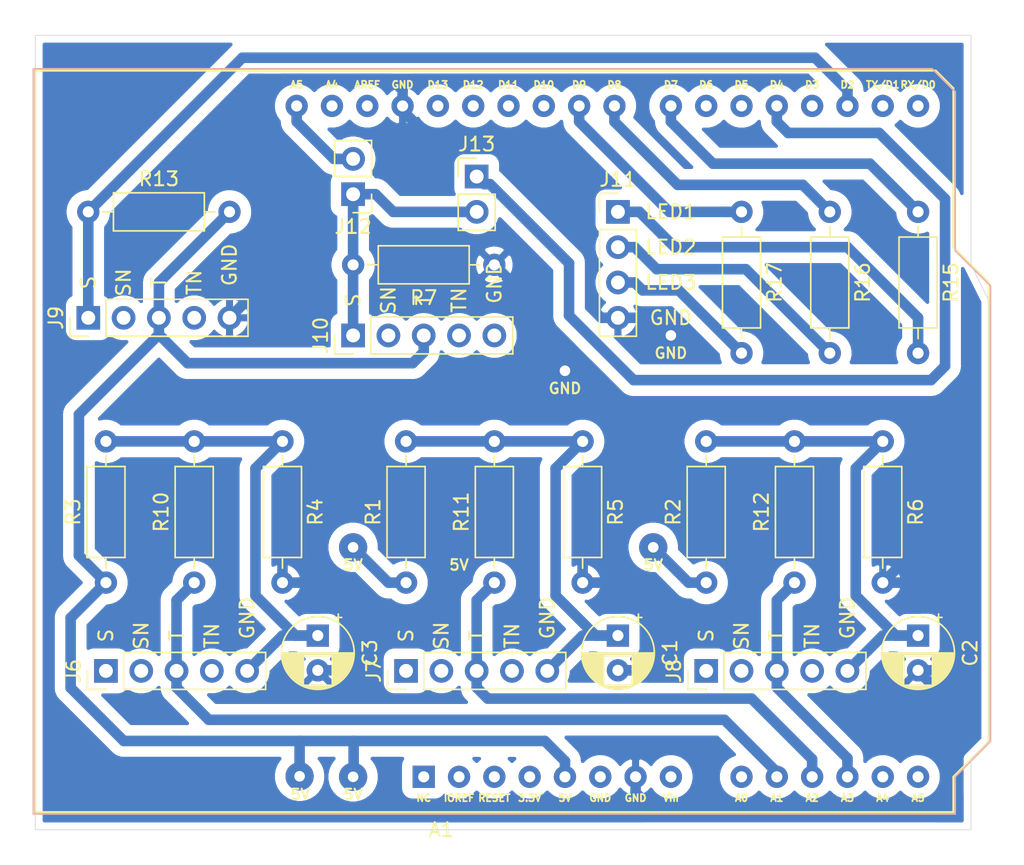
<source format=kicad_pcb>
(kicad_pcb (version 20171130) (host pcbnew 5.1.5-52549c5~84~ubuntu18.04.1)
  (layers (0 F.Cu signal) (31 B.Cu signal) (34 B.Paste user) (35 F.Paste user) (36 B.SilkS user) (37 F.SilkS user) (38 B.Mask user) (39 F.Mask user) (44 Edge.Cuts user))
  (net 0 "")
  (net 1 "Net-(A1-Pad16)")
  (net 2 "Net-(A1-Pad15)")
  (net 3 "Net-(A1-Pad30)")
  (net 4 "Net-(A1-Pad14)")
  (net 5 /GND)
  (net 6 "Net-(A1-Pad13)")
  (net 7 "Net-(A1-Pad28)")
  (net 8 "Net-(A1-Pad12)")
  (net 9 "Net-(A1-Pad27)")
  (net 10 "Net-(A1-Pad11)")
  (net 11 "Net-(A1-Pad26)")
  (net 12 "Net-(A1-Pad10)")
  (net 13 "Net-(A1-Pad25)")
  (net 14 "Net-(A1-Pad9)")
  (net 15 "Net-(A1-Pad24)")
  (net 16 "Net-(A1-Pad8)")
  (net 17 "Net-(A1-Pad23)")
  (net 18 "Net-(A1-Pad22)")
  (net 19 "Net-(A1-Pad6)")
  (net 20 "Net-(A1-Pad21)")
  (net 21 /Collector)
  (net 22 "Net-(A1-Pad20)")
  (net 23 "Net-(A1-Pad4)")
  (net 24 /Emitter)
  (net 25 "Net-(A1-Pad3)")
  (net 26 "Net-(A1-Pad18)")
  (net 27 "Net-(A1-Pad2)")
  (net 28 /Data)
  (net 29 "Net-(A1-Pad1)")
  (net 30 "Net-(A1-Pad31)")
  (net 31 "Net-(A1-Pad32)")
  (net 32 "Net-(C1-Pad1)")
  (net 33 "Net-(C2-Pad1)")
  (net 34 "Net-(C3-Pad1)")
  (net 35 "Net-(D1-Pad2)")
  (net 36 "Net-(D2-Pad2)")
  (net 37 "Net-(D3-Pad2)")
  (net 38 "Net-(J6-Pad4)")
  (net 39 "Net-(J6-Pad2)")
  (net 40 "Net-(J6-Pad1)")
  (net 41 "Net-(J7-Pad4)")
  (net 42 "Net-(J7-Pad2)")
  (net 43 "Net-(J7-Pad1)")
  (net 44 "Net-(J8-Pad4)")
  (net 45 "Net-(J8-Pad2)")
  (net 46 "Net-(J8-Pad1)")
  (net 47 "Net-(J9-Pad4)")
  (net 48 "Net-(J9-Pad2)")
  (net 49 "Net-(J10-Pad5)")
  (net 50 "Net-(J10-Pad4)")
  (net 51 "Net-(J10-Pad2)")
  (net 52 "Net-(A1-Pad19)")
  (module My_Arduino:Arduino_UNO_R3_shield (layer F.Cu) (at 133.35 109.22)
    (fp_text reference A1 (at 1.27 3.81 180) (layer F.SilkS))
    (fp_text value Arduino_UNO_R3 hide)
    (fp_text user A5 (at -9.144 -49.784) (layer F.SilkS) (effects (font (size 0.508 0.508) (thickness 0.127))))
    (fp_text user A4 (at -6.604 -49.784) (layer F.SilkS) (effects (font (size 0.508 0.508) (thickness 0.127))))
    (fp_text user AREF (at -4.064 -49.784) (layer F.SilkS) (effects (font (size 0.508 0.508) (thickness 0.127))))
    (fp_text user GND (at -1.524 -49.784) (layer F.SilkS) (effects (font (size 0.508 0.508) (thickness 0.127))))
    (fp_text user D13 (at 1.016 -49.784) (layer F.SilkS) (effects (font (size 0.508 0.508) (thickness 0.127))))
    (fp_text user D12 (at 3.556 -49.784) (layer F.SilkS) (effects (font (size 0.508 0.508) (thickness 0.127))))
    (fp_text user D11 (at 6.096 -49.784) (layer F.SilkS) (effects (font (size 0.508 0.508) (thickness 0.127))))
    (fp_text user D10 (at 8.636 -49.784) (layer F.SilkS) (effects (font (size 0.508 0.508) (thickness 0.127))))
    (fp_text user D9 (at 11.176 -49.784) (layer F.SilkS) (effects (font (size 0.508 0.508) (thickness 0.127))))
    (fp_text user D8 (at 13.716 -49.784) (layer F.SilkS) (effects (font (size 0.508 0.508) (thickness 0.127))))
    (fp_text user D7 (at 17.78 -49.784) (layer F.SilkS) (effects (font (size 0.508 0.508) (thickness 0.127))))
    (fp_text user D6 (at 20.32 -49.784) (layer F.SilkS) (effects (font (size 0.508 0.508) (thickness 0.127))))
    (fp_text user D5 (at 22.86 -49.784) (layer F.SilkS) (effects (font (size 0.508 0.508) (thickness 0.127))))
    (fp_text user D4 (at 25.4 -49.784) (layer F.SilkS) (effects (font (size 0.508 0.508) (thickness 0.127))))
    (fp_text user D3 (at 27.94 -49.784) (layer F.SilkS) (effects (font (size 0.508 0.508) (thickness 0.127))))
    (fp_text user D2 (at 30.48 -49.784) (layer F.SilkS) (effects (font (size 0.508 0.508) (thickness 0.127))))
    (fp_text user TX/D1 (at 33.02 -49.784) (layer F.SilkS) (effects (font (size 0.508 0.508) (thickness 0.127))))
    (fp_text user RX/D0 (at 35.56 -49.784) (layer F.SilkS) (effects (font (size 0.508 0.508) (thickness 0.127))))
    (fp_text user A5 (at 35.56 1.524) (layer F.SilkS) (effects (font (size 0.508 0.508) (thickness 0.127))))
    (fp_text user A4 (at 33.02 1.524) (layer F.SilkS) (effects (font (size 0.508 0.508) (thickness 0.127))))
    (fp_text user A3 (at 30.48 1.524) (layer F.SilkS) (effects (font (size 0.508 0.508) (thickness 0.127))))
    (fp_text user A2 (at 27.94 1.524) (layer F.SilkS) (effects (font (size 0.508 0.508) (thickness 0.127))))
    (fp_text user A1 (at 25.4 1.524) (layer F.SilkS) (effects (font (size 0.508 0.508) (thickness 0.127))))
    (fp_text user A0 (at 22.86 1.524) (layer F.SilkS) (effects (font (size 0.508 0.508) (thickness 0.127))))
    (fp_text user Vin (at 17.78 1.524) (layer F.SilkS) (effects (font (size 0.508 0.508) (thickness 0.127))))
    (fp_text user GND (at 15.24 1.524) (layer F.SilkS) (effects (font (size 0.508 0.508) (thickness 0.127))))
    (fp_text user GND (at 12.7 1.524) (layer F.SilkS) (effects (font (size 0.508 0.508) (thickness 0.127))))
    (fp_text user RESET (at 5.08 1.524) (layer F.SilkS) (effects (font (size 0.508 0.508) (thickness 0.127))))
    (fp_text user 5V (at 10.16 1.524) (layer F.SilkS) (effects (font (size 0.508 0.508) (thickness 0.127))))
    (fp_text user 3.3V (at 7.62 1.524) (layer F.SilkS) (effects (font (size 0.508 0.508) (thickness 0.127))))
    (fp_text user IOREF (at 2.54 1.524) (layer F.SilkS) (effects (font (size 0.508 0.508) (thickness 0.127))))
    (fp_text user NC (at 0 1.524) (layer F.SilkS) (effects (font (size 0.508 0.508) (thickness 0.127))))
    (pad 16 thru_hole oval (at 33.02 -48.26 270) (size 1.6 1.6) (drill 0.8) (layers *.Cu *.Mask) (net 1 "Net-(A1-Pad16)"))
    (pad 15 thru_hole oval (at 35.56 -48.26 270) (size 1.6 1.6) (drill 0.8) (layers *.Cu *.Mask) (net 2 "Net-(A1-Pad15)"))
    (pad 30 thru_hole oval (at -4.06 -48.26 270) (size 1.6 1.6) (drill 0.8) (layers *.Cu *.Mask) (net 3 "Net-(A1-Pad30)"))
    (pad 14 thru_hole oval (at 35.56 0 270) (size 1.6 1.6) (drill 0.8) (layers *.Cu *.Mask) (net 4 "Net-(A1-Pad14)"))
    (pad 29 thru_hole oval (at -1.52 -48.26 270) (size 1.6 1.6) (drill 0.8) (layers *.Cu *.Mask) (net 5 /GND))
    (pad 13 thru_hole oval (at 33.02 0 270) (size 1.6 1.6) (drill 0.8) (layers *.Cu *.Mask) (net 6 "Net-(A1-Pad13)"))
    (pad 28 thru_hole oval (at 1.02 -48.26 270) (size 1.6 1.6) (drill 0.8) (layers *.Cu *.Mask) (net 7 "Net-(A1-Pad28)"))
    (pad 12 thru_hole oval (at 30.48 0 270) (size 1.6 1.6) (drill 0.8) (layers *.Cu *.Mask) (net 8 "Net-(A1-Pad12)"))
    (pad 27 thru_hole oval (at 3.56 -48.26 270) (size 1.6 1.6) (drill 0.8) (layers *.Cu *.Mask) (net 9 "Net-(A1-Pad27)"))
    (pad 11 thru_hole oval (at 27.94 0 270) (size 1.6 1.6) (drill 0.8) (layers *.Cu *.Mask) (net 10 "Net-(A1-Pad11)"))
    (pad 26 thru_hole oval (at 6.1 -48.26 270) (size 1.6 1.6) (drill 0.8) (layers *.Cu *.Mask) (net 11 "Net-(A1-Pad26)"))
    (pad 10 thru_hole oval (at 25.4 0 270) (size 1.6 1.6) (drill 0.8) (layers *.Cu *.Mask) (net 12 "Net-(A1-Pad10)"))
    (pad 25 thru_hole oval (at 8.64 -48.26 270) (size 1.6 1.6) (drill 0.8) (layers *.Cu *.Mask) (net 13 "Net-(A1-Pad25)"))
    (pad 9 thru_hole oval (at 22.86 0 270) (size 1.6 1.6) (drill 0.8) (layers *.Cu *.Mask) (net 14 "Net-(A1-Pad9)"))
    (pad 24 thru_hole oval (at 11.18 -48.26 270) (size 1.6 1.6) (drill 0.8) (layers *.Cu *.Mask) (net 15 "Net-(A1-Pad24)"))
    (pad 8 thru_hole oval (at 17.78 0 270) (size 1.6 1.6) (drill 0.8) (layers *.Cu *.Mask) (net 16 "Net-(A1-Pad8)"))
    (pad 23 thru_hole oval (at 13.72 -48.26 270) (size 1.6 1.6) (drill 0.8) (layers *.Cu *.Mask) (net 17 "Net-(A1-Pad23)"))
    (pad 7 thru_hole oval (at 15.24 0 270) (size 1.6 1.6) (drill 0.8) (layers *.Cu *.Mask) (net 5 /GND))
    (pad 22 thru_hole oval (at 17.78 -48.26 270) (size 1.6 1.6) (drill 0.8) (layers *.Cu *.Mask) (net 18 "Net-(A1-Pad22)"))
    (pad 6 thru_hole oval (at 12.7 0 270) (size 1.6 1.6) (drill 0.8) (layers *.Cu *.Mask) (net 19 "Net-(A1-Pad6)"))
    (pad 21 thru_hole oval (at 20.32 -48.26 270) (size 1.6 1.6) (drill 0.8) (layers *.Cu *.Mask) (net 20 "Net-(A1-Pad21)"))
    (pad 5 thru_hole oval (at 10.16 0 270) (size 1.6 1.6) (drill 0.8) (layers *.Cu *.Mask) (net 21 /Collector))
    (pad 20 thru_hole oval (at 22.86 -48.26 270) (size 1.6 1.6) (drill 0.8) (layers *.Cu *.Mask) (net 22 "Net-(A1-Pad20)"))
    (pad 4 thru_hole oval (at 7.62 0 270) (size 1.6 1.6) (drill 0.8) (layers *.Cu *.Mask) (net 23 "Net-(A1-Pad4)"))
    (pad 19 thru_hole oval (at 25.4 -48.26 270) (size 1.6 1.6) (drill 0.8) (layers *.Cu *.Mask) (net 52 "Net-(A1-Pad19)"))
    (pad 3 thru_hole oval (at 5.08 0 270) (size 1.6 1.6) (drill 0.8) (layers *.Cu *.Mask) (net 25 "Net-(A1-Pad3)"))
    (pad 18 thru_hole oval (at 27.94 -48.26 270) (size 1.6 1.6) (drill 0.8) (layers *.Cu *.Mask) (net 26 "Net-(A1-Pad18)"))
    (pad 2 thru_hole oval (at 2.54 0 270) (size 1.6 1.6) (drill 0.8) (layers *.Cu *.Mask) (net 27 "Net-(A1-Pad2)"))
    (pad 17 thru_hole oval (at 30.48 -48.26 270) (size 1.6 1.6) (drill 0.8) (layers *.Cu *.Mask) (net 28 /Data))
    (pad 1 thru_hole rect (at 0 0 270) (size 1.6 1.6) (drill 0.8) (layers *.Cu *.Mask) (net 29 "Net-(A1-Pad1)"))
    (pad 31 thru_hole oval (at -6.6 -48.26 270) (size 1.6 1.6) (drill 0.8) (layers *.Cu *.Mask) (net 30 "Net-(A1-Pad31)"))
    (pad 32 thru_hole oval (at -9.14 -48.26 270) (size 1.6 1.6) (drill 0.8) (layers *.Cu *.Mask) (net 31 "Net-(A1-Pad32)"))
  )
  (module Connector_PinHeader_2.54mm:PinHeader_1x02_P2.54mm_Vertical (layer F.Cu) (at 137.16 66.04)
    (fp_text reference J13 (at 0 -2.33) (layer F.SilkS))
    (fp_text value Conn_01x02_Male hide)
    (pad 2 thru_hole oval (at 0 2.54) (size 1.7 1.7) (drill 1) (layers *.Cu *.Mask) (net 24 /Emitter))
    (pad 1 thru_hole rect (at 0 0) (size 1.7 1.7) (drill 1) (layers *.Cu *.Mask) (net 52 "Net-(A1-Pad19)"))
  )
  (module Connector_PinHeader_2.54mm:PinHeader_1x02_P2.54mm_Vertical (layer F.Cu) (at 128.27 67.31 180)
    (fp_text reference J12 (at 0 -2.33) (layer F.SilkS))
    (fp_text value Conn_01x02_Male hide)
    (pad 2 thru_hole oval (at 0 2.54 180) (size 1.7 1.7) (drill 1) (layers *.Cu *.Mask) (net 31 "Net-(A1-Pad32)"))
    (pad 1 thru_hole rect (at 0 0 180) (size 1.7 1.7) (drill 1) (layers *.Cu *.Mask) (net 24 /Emitter))
  )
  (module Resistor_THT:R_Axial_DIN0207_L6.3mm_D2.5mm_P10.16mm_Horizontal (layer F.Cu) (at 156.21 68.58 270)
    (fp_text reference R17 (at 5.08 -2.37 90) (layer F.SilkS))
    (fp_text value 220R)
    (pad 2 thru_hole oval (at 10.16 0 270) (size 1.6 1.6) (drill 0.8) (layers *.Cu *.Mask) (net 37 "Net-(D3-Pad2)"))
    (pad 1 thru_hole circle (at 0 0 270) (size 1.6 1.6) (drill 0.8) (layers *.Cu *.Mask) (net 15 "Net-(A1-Pad24)"))
  )
  (module Resistor_THT:R_Axial_DIN0207_L6.3mm_D2.5mm_P10.16mm_Horizontal (layer F.Cu) (at 162.56 68.58 270)
    (fp_text reference R16 (at 5.08 -2.37 90) (layer F.SilkS))
    (fp_text value 220R)
    (pad 2 thru_hole oval (at 10.16 0 270) (size 1.6 1.6) (drill 0.8) (layers *.Cu *.Mask) (net 36 "Net-(D2-Pad2)"))
    (pad 1 thru_hole circle (at 0 0 270) (size 1.6 1.6) (drill 0.8) (layers *.Cu *.Mask) (net 17 "Net-(A1-Pad23)"))
  )
  (module Resistor_THT:R_Axial_DIN0207_L6.3mm_D2.5mm_P10.16mm_Horizontal (layer F.Cu) (at 168.91 68.58 270)
    (fp_text reference R15 (at 5.08 -2.37 90) (layer F.SilkS))
    (fp_text value 220R)
    (pad 2 thru_hole oval (at 10.16 0 270) (size 1.6 1.6) (drill 0.8) (layers *.Cu *.Mask) (net 35 "Net-(D1-Pad2)"))
    (pad 1 thru_hole circle (at 0 0 270) (size 1.6 1.6) (drill 0.8) (layers *.Cu *.Mask) (net 18 "Net-(A1-Pad22)"))
  )
  (module Resistor_THT:R_Axial_DIN0207_L6.3mm_D2.5mm_P10.16mm_Horizontal (layer F.Cu) (at 109.22 68.58)
    (fp_text reference R13 (at 5.08 -2.37) (layer F.SilkS))
    (fp_text value 4.7k)
    (pad 2 thru_hole oval (at 10.16 0) (size 1.6 1.6) (drill 0.8) (layers *.Cu *.Mask) (net 21 /Collector))
    (pad 1 thru_hole circle (at 0 0) (size 1.6 1.6) (drill 0.8) (layers *.Cu *.Mask) (net 28 /Data))
  )
  (module Resistor_THT:R_Axial_DIN0207_L6.3mm_D2.5mm_P10.16mm_Horizontal (layer F.Cu) (at 160.02 95.25 90)
    (fp_text reference R12 (at 5.08 -2.37 90) (layer F.SilkS))
    (fp_text value 33R)
    (pad 1 thru_hole circle (at 0 0 90) (size 1.6 1.6) (drill 0.8) (layers *.Cu *.Mask) (net 8 "Net-(A1-Pad12)"))
    (pad 2 thru_hole oval (at 10.16 0 90) (size 1.6 1.6) (drill 0.8) (layers *.Cu *.Mask) (net 33 "Net-(C2-Pad1)"))
  )
  (module Resistor_THT:R_Axial_DIN0207_L6.3mm_D2.5mm_P10.16mm_Horizontal (layer F.Cu) (at 138.43 95.25 90)
    (fp_text reference R11 (at 5.08 -2.37 90) (layer F.SilkS))
    (fp_text value 33R)
    (pad 1 thru_hole circle (at 0 0 90) (size 1.6 1.6) (drill 0.8) (layers *.Cu *.Mask) (net 10 "Net-(A1-Pad11)"))
    (pad 2 thru_hole oval (at 10.16 0 90) (size 1.6 1.6) (drill 0.8) (layers *.Cu *.Mask) (net 32 "Net-(C1-Pad1)"))
  )
  (module Resistor_THT:R_Axial_DIN0207_L6.3mm_D2.5mm_P10.16mm_Horizontal (layer F.Cu) (at 116.84 95.25 90)
    (fp_text reference R10 (at 5.08 -2.37 90) (layer F.SilkS))
    (fp_text value 33R)
    (pad 1 thru_hole circle (at 0 0 90) (size 1.6 1.6) (drill 0.8) (layers *.Cu *.Mask) (net 12 "Net-(A1-Pad10)"))
    (pad 2 thru_hole oval (at 10.16 0 90) (size 1.6 1.6) (drill 0.8) (layers *.Cu *.Mask) (net 34 "Net-(C3-Pad1)"))
  )
  (module Resistor_THT:R_Axial_DIN0207_L6.3mm_D2.5mm_P10.16mm_Horizontal (layer F.Cu) (at 138.43 72.39 180)
    (fp_text reference R7 (at 5.08 -2.37) (layer F.SilkS))
    (fp_text value 1k)
    (pad 2 thru_hole oval (at 10.16 0 180) (size 1.6 1.6) (drill 0.8) (layers *.Cu *.Mask) (net 24 /Emitter))
    (pad 1 thru_hole circle (at 0 0 180) (size 1.6 1.6) (drill 0.8) (layers *.Cu *.Mask) (net 5 /GND))
  )
  (module Resistor_THT:R_Axial_DIN0207_L6.3mm_D2.5mm_P10.16mm_Horizontal (layer F.Cu) (at 166.37 85.09 270)
    (fp_text reference R6 (at 5.08 -2.37 90) (layer F.SilkS))
    (fp_text value 10k)
    (pad 1 thru_hole circle (at 0 0 270) (size 1.6 1.6) (drill 0.8) (layers *.Cu *.Mask) (net 33 "Net-(C2-Pad1)"))
    (pad 2 thru_hole oval (at 10.16 0 270) (size 1.6 1.6) (drill 0.8) (layers *.Cu *.Mask) (net 5 /GND))
  )
  (module Resistor_THT:R_Axial_DIN0207_L6.3mm_D2.5mm_P10.16mm_Horizontal (layer F.Cu) (at 144.78 85.09 270)
    (fp_text reference R5 (at 5.08 -2.37 90) (layer F.SilkS))
    (fp_text value 10k)
    (pad 1 thru_hole circle (at 0 0 270) (size 1.6 1.6) (drill 0.8) (layers *.Cu *.Mask) (net 32 "Net-(C1-Pad1)"))
    (pad 2 thru_hole oval (at 10.16 0 270) (size 1.6 1.6) (drill 0.8) (layers *.Cu *.Mask) (net 5 /GND))
  )
  (module Resistor_THT:R_Axial_DIN0207_L6.3mm_D2.5mm_P10.16mm_Horizontal (layer F.Cu) (at 123.19 85.09 270)
    (fp_text reference R4 (at 5.08 -2.37 90) (layer F.SilkS))
    (fp_text value 10k)
    (pad 1 thru_hole circle (at 0 0 270) (size 1.6 1.6) (drill 0.8) (layers *.Cu *.Mask) (net 34 "Net-(C3-Pad1)"))
    (pad 2 thru_hole oval (at 10.16 0 270) (size 1.6 1.6) (drill 0.8) (layers *.Cu *.Mask) (net 5 /GND))
  )
  (module Resistor_THT:R_Axial_DIN0207_L6.3mm_D2.5mm_P10.16mm_Horizontal (layer F.Cu) (at 110.49 95.25 90)
    (fp_text reference R3 (at 5.08 -2.37 90) (layer F.SilkS))
    (fp_text value 10k)
    (pad 1 thru_hole circle (at 0 0 90) (size 1.6 1.6) (drill 0.8) (layers *.Cu *.Mask) (net 21 /Collector))
    (pad 2 thru_hole oval (at 10.16 0 90) (size 1.6 1.6) (drill 0.8) (layers *.Cu *.Mask) (net 34 "Net-(C3-Pad1)"))
  )
  (module Resistor_THT:R_Axial_DIN0207_L6.3mm_D2.5mm_P10.16mm_Horizontal (layer F.Cu) (at 153.67 95.25 90)
    (fp_text reference R2 (at 5.08 -2.37 90) (layer F.SilkS))
    (fp_text value 10k)
    (pad 1 thru_hole circle (at 0 0 90) (size 1.6 1.6) (drill 0.8) (layers *.Cu *.Mask) (net 21 /Collector))
    (pad 2 thru_hole oval (at 10.16 0 90) (size 1.6 1.6) (drill 0.8) (layers *.Cu *.Mask) (net 33 "Net-(C2-Pad1)"))
  )
  (module Resistor_THT:R_Axial_DIN0207_L6.3mm_D2.5mm_P10.16mm_Horizontal (layer F.Cu) (at 132.08 95.25 90)
    (fp_text reference R1 (at 5.08 -2.37 90) (layer F.SilkS))
    (fp_text value 10k)
    (pad 1 thru_hole circle (at 0 0 90) (size 1.6 1.6) (drill 0.8) (layers *.Cu *.Mask) (net 21 /Collector))
    (pad 2 thru_hole oval (at 10.16 0 90) (size 1.6 1.6) (drill 0.8) (layers *.Cu *.Mask) (net 32 "Net-(C1-Pad1)"))
  )
  (module My_Headers:4-pin_3_LED_header (layer F.Cu) (at 147.32 68.58)
    (fp_text reference J11 (at 0 -2.33) (layer F.SilkS))
    (fp_text value 4-pin_3LED_header hide)
    (fp_text user GND (at 3.81 7.62) (layer F.SilkS))
    (fp_text user LED3 (at 3.81 5.08) (layer F.SilkS))
    (fp_text user LED2 (at 3.81 2.54) (layer F.SilkS))
    (fp_text user LED1 (at 3.81 0) (layer F.SilkS))
    (pad 4 thru_hole oval (at 0 7.62) (size 1.7 1.7) (drill 1) (layers *.Cu *.Mask) (net 5 /GND))
    (pad 3 thru_hole oval (at 0 5.08) (size 1.7 1.7) (drill 1) (layers *.Cu *.Mask) (net 37 "Net-(D3-Pad2)"))
    (pad 2 thru_hole oval (at 0 2.54) (size 1.7 1.7) (drill 1) (layers *.Cu *.Mask) (net 36 "Net-(D2-Pad2)"))
    (pad 1 thru_hole rect (at 0 0) (size 1.7 1.7) (drill 1) (layers *.Cu *.Mask) (net 35 "Net-(D1-Pad2)"))
  )
  (module My_Headers:5-pin_3,5mm_audio_jack_header (layer F.Cu) (at 128.27 77.47 90)
    (fp_text reference J10 (at 0 -2.33 90) (layer F.SilkS))
    (fp_text value 5-pin_3-pole_3,5mm_audio_header hide)
    (fp_text user GND (at 3.81 10.16 90) (layer F.SilkS))
    (fp_text user TN (at 2.54 7.62 90) (layer F.SilkS))
    (fp_text user T (at 2.54 5.08 90) (layer F.SilkS))
    (fp_text user SN (at 2.54 2.54 90) (layer F.SilkS))
    (fp_text user S (at 2.54 0 90) (layer F.SilkS))
    (pad 5 thru_hole oval (at 0 10.16 90) (size 1.7 1.7) (drill 1) (layers *.Cu *.Mask) (net 49 "Net-(J10-Pad5)"))
    (pad 4 thru_hole oval (at 0 7.62 90) (size 1.7 1.7) (drill 1) (layers *.Cu *.Mask) (net 50 "Net-(J10-Pad4)"))
    (pad 3 thru_hole oval (at 0 5.08 90) (size 1.7 1.7) (drill 1) (layers *.Cu *.Mask) (net 21 /Collector))
    (pad 2 thru_hole oval (at 0 2.54 90) (size 1.7 1.7) (drill 1) (layers *.Cu *.Mask) (net 51 "Net-(J10-Pad2)"))
    (pad 1 thru_hole rect (at 0 0 90) (size 1.7 1.7) (drill 1) (layers *.Cu *.Mask) (net 24 /Emitter))
  )
  (module My_Headers:5-pin_3,5mm_audio_jack_header (layer F.Cu) (at 109.22 76.2 90)
    (fp_text reference J9 (at 0 -2.33 90) (layer F.SilkS))
    (fp_text value 5-pin_3-pole_3,5mm_audio_header hide)
    (fp_text user GND (at 3.81 10.16 90) (layer F.SilkS))
    (fp_text user TN (at 2.54 7.62 90) (layer F.SilkS))
    (fp_text user T (at 2.54 5.08 90) (layer F.SilkS))
    (fp_text user SN (at 2.54 2.54 90) (layer F.SilkS))
    (fp_text user S (at 2.54 0 90) (layer F.SilkS))
    (pad 5 thru_hole oval (at 0 10.16 90) (size 1.7 1.7) (drill 1) (layers *.Cu *.Mask) (net 5 /GND))
    (pad 4 thru_hole oval (at 0 7.62 90) (size 1.7 1.7) (drill 1) (layers *.Cu *.Mask) (net 47 "Net-(J9-Pad4)"))
    (pad 3 thru_hole oval (at 0 5.08 90) (size 1.7 1.7) (drill 1) (layers *.Cu *.Mask) (net 21 /Collector))
    (pad 2 thru_hole oval (at 0 2.54 90) (size 1.7 1.7) (drill 1) (layers *.Cu *.Mask) (net 48 "Net-(J9-Pad2)"))
    (pad 1 thru_hole rect (at 0 0 90) (size 1.7 1.7) (drill 1) (layers *.Cu *.Mask) (net 28 /Data))
  )
  (module My_Headers:5-pin_3,5mm_audio_jack_header (layer F.Cu) (at 153.67 101.6 90)
    (fp_text reference J8 (at 0 -2.33 90) (layer F.SilkS))
    (fp_text value 5-pin_3-pole_3,5mm_audio_header hide)
    (fp_text user S (at 2.54 0 90) (layer F.SilkS))
    (fp_text user SN (at 2.54 2.54 90) (layer F.SilkS))
    (fp_text user T (at 2.54 5.08 90) (layer F.SilkS))
    (fp_text user TN (at 2.54 7.62 90) (layer F.SilkS))
    (fp_text user GND (at 3.81 10.16 90) (layer F.SilkS))
    (pad 1 thru_hole rect (at 0 0 90) (size 1.7 1.7) (drill 1) (layers *.Cu *.Mask) (net 46 "Net-(J8-Pad1)"))
    (pad 2 thru_hole oval (at 0 2.54 90) (size 1.7 1.7) (drill 1) (layers *.Cu *.Mask) (net 45 "Net-(J8-Pad2)"))
    (pad 3 thru_hole oval (at 0 5.08 90) (size 1.7 1.7) (drill 1) (layers *.Cu *.Mask) (net 8 "Net-(A1-Pad12)"))
    (pad 4 thru_hole oval (at 0 7.62 90) (size 1.7 1.7) (drill 1) (layers *.Cu *.Mask) (net 44 "Net-(J8-Pad4)"))
    (pad 5 thru_hole oval (at 0 10.16 90) (size 1.7 1.7) (drill 1) (layers *.Cu *.Mask) (net 33 "Net-(C2-Pad1)"))
  )
  (module My_Headers:5-pin_3,5mm_audio_jack_header (layer F.Cu) (at 132.08 101.6 90)
    (fp_text reference J7 (at 0 -2.33 90) (layer F.SilkS))
    (fp_text value 5-pin_3-pole_3,5mm_audio_header hide)
    (fp_text user S (at 2.54 0 90) (layer F.SilkS))
    (fp_text user SN (at 2.54 2.54 90) (layer F.SilkS))
    (fp_text user T (at 2.54 5.08 90) (layer F.SilkS))
    (fp_text user TN (at 2.54 7.62 90) (layer F.SilkS))
    (fp_text user GND (at 3.81 10.16 90) (layer F.SilkS))
    (pad 1 thru_hole rect (at 0 0 90) (size 1.7 1.7) (drill 1) (layers *.Cu *.Mask) (net 43 "Net-(J7-Pad1)"))
    (pad 2 thru_hole oval (at 0 2.54 90) (size 1.7 1.7) (drill 1) (layers *.Cu *.Mask) (net 42 "Net-(J7-Pad2)"))
    (pad 3 thru_hole oval (at 0 5.08 90) (size 1.7 1.7) (drill 1) (layers *.Cu *.Mask) (net 10 "Net-(A1-Pad11)"))
    (pad 4 thru_hole oval (at 0 7.62 90) (size 1.7 1.7) (drill 1) (layers *.Cu *.Mask) (net 41 "Net-(J7-Pad4)"))
    (pad 5 thru_hole oval (at 0 10.16 90) (size 1.7 1.7) (drill 1) (layers *.Cu *.Mask) (net 32 "Net-(C1-Pad1)"))
  )
  (module My_Headers:5-pin_3,5mm_audio_jack_header (layer F.Cu) (at 110.49 101.6 90)
    (fp_text reference J6 (at 0 -2.33 90) (layer F.SilkS))
    (fp_text value 5-pin_3-pole_3,5mm_audio_header hide)
    (fp_text user S (at 2.54 0 90) (layer F.SilkS))
    (fp_text user SN (at 2.54 2.54 90) (layer F.SilkS))
    (fp_text user T (at 2.54 5.08 90) (layer F.SilkS))
    (fp_text user TN (at 2.54 7.62 90) (layer F.SilkS))
    (fp_text user GND (at 3.81 10.16 90) (layer F.SilkS))
    (pad 1 thru_hole rect (at 0 0 90) (size 1.7 1.7) (drill 1) (layers *.Cu *.Mask) (net 40 "Net-(J6-Pad1)"))
    (pad 2 thru_hole oval (at 0 2.54 90) (size 1.7 1.7) (drill 1) (layers *.Cu *.Mask) (net 39 "Net-(J6-Pad2)"))
    (pad 3 thru_hole oval (at 0 5.08 90) (size 1.7 1.7) (drill 1) (layers *.Cu *.Mask) (net 12 "Net-(A1-Pad10)"))
    (pad 4 thru_hole oval (at 0 7.62 90) (size 1.7 1.7) (drill 1) (layers *.Cu *.Mask) (net 38 "Net-(J6-Pad4)"))
    (pad 5 thru_hole oval (at 0 10.16 90) (size 1.7 1.7) (drill 1) (layers *.Cu *.Mask) (net 34 "Net-(C3-Pad1)"))
  )
  (module Capacitor_THT:CP_Radial_D5.0mm_P2.50mm (layer F.Cu) (at 125.73 99.06 270)
    (fp_text reference C3 (at 1.25 -3.75 90) (layer F.SilkS))
    (fp_text value 10u)
    (pad 1 thru_hole rect (at 0 0 270) (size 1.6 1.6) (drill 0.8) (layers *.Cu *.Mask) (net 34 "Net-(C3-Pad1)"))
    (pad 2 thru_hole circle (at 2.5 0 270) (size 1.6 1.6) (drill 0.8) (layers *.Cu *.Mask) (net 5 /GND))
  )
  (module Capacitor_THT:CP_Radial_D5.0mm_P2.50mm (layer F.Cu) (at 168.91 99.06 270)
    (fp_text reference C2 (at 1.25 -3.75 90) (layer F.SilkS))
    (fp_text value 10u)
    (pad 1 thru_hole rect (at 0 0 270) (size 1.6 1.6) (drill 0.8) (layers *.Cu *.Mask) (net 33 "Net-(C2-Pad1)"))
    (pad 2 thru_hole circle (at 2.5 0 270) (size 1.6 1.6) (drill 0.8) (layers *.Cu *.Mask) (net 5 /GND))
  )
  (module Capacitor_THT:CP_Radial_D5.0mm_P2.50mm (layer F.Cu) (at 147.32 99.06 270)
    (fp_text reference C1 (at 1.25 -3.75 90) (layer F.SilkS))
    (fp_text value 10u)
    (pad 1 thru_hole rect (at 0 0 270) (size 1.6 1.6) (drill 0.8) (layers *.Cu *.Mask) (net 32 "Net-(C1-Pad1)"))
    (pad 2 thru_hole circle (at 2.5 0 270) (size 1.6 1.6) (drill 0.8) (layers *.Cu *.Mask) (net 5 /GND))
  )
  (gr_line (start 172.72 113.03) (end 105.41 113.03) (layer Edge.Cuts) (width 0.05))
  (gr_line (start 105.41 55.88) (end 172.72 55.88) (layer Edge.Cuts) (width 0.05))
  (gr_line (start 105.41 113.03) (end 105.41 55.88) (layer Edge.Cuts) (width 0.05))
  (gr_line (start 172.72 72.39) (end 172.72 55.88) (layer Edge.Cuts) (width 0.05))
  (gr_line (start 173.99 74.93) (end 172.72 72.39) (layer Edge.Cuts) (width 0.05))
  (gr_line (start 173.99 106.68) (end 173.99 74.93) (layer Edge.Cuts) (width 0.05))
  (gr_line (start 172.72 107.95) (end 173.99 106.68) (layer Edge.Cuts) (width 0.05))
  (gr_line (start 172.72 113.03) (end 172.72 107.95) (layer Edge.Cuts) (width 0.05))
  (gr_text 5V (at 124.46 110.49) (layer F.SilkS) (effects (font (size 0.762 0.762))))
  (gr_text 5V (at 128.27 110.49) (layer F.SilkS) (effects (font (size 0.762 0.762))))
  (gr_text 5V (at 128.27 93.98) (layer F.SilkS) (effects (font (size 0.762 0.762))))
  (gr_text 5V (at 149.86 93.98) (layer F.SilkS) (effects (font (size 0.762 0.762))))
  (gr_text GND (at 143.51 81.28) (layer F.SilkS) (effects (font (size 0.762 0.762))))
  (gr_text GND (at 151.13 78.74) (layer F.SilkS) (effects (font (size 0.762 0.762))))
  (gr_text 5V (at 135.89 93.98) (layer F.SilkS) (effects (font (size 0.762 0.762))))
  (segment (start 168.757402 95.25) (end 167.50137 95.25) (width 0.762) (layer B.Cu) (net 5))
  (segment (start 170.853001 97.345599) (end 168.757402 95.25) (width 0.762) (layer B.Cu) (net 5))
  (segment (start 170.853001 100.774401) (end 170.853001 97.345599) (width 0.762) (layer B.Cu) (net 5))
  (segment (start 168.91 101.56) (end 170.067402 101.56) (width 0.762) (layer B.Cu) (net 5))
  (segment (start 170.067402 101.56) (end 170.853001 100.774401) (width 0.762) (layer B.Cu) (net 5))
  (segment (start 167.50137 95.25) (end 166.37 95.25) (width 0.762) (layer B.Cu) (net 5))
  (segment (start 147.167402 95.25) (end 145.91137 95.25) (width 0.762) (layer B.Cu) (net 5))
  (segment (start 149.263001 97.345599) (end 147.167402 95.25) (width 0.762) (layer B.Cu) (net 5))
  (segment (start 149.263001 100.774401) (end 149.263001 97.345599) (width 0.762) (layer B.Cu) (net 5))
  (segment (start 147.32 101.56) (end 148.477402 101.56) (width 0.762) (layer B.Cu) (net 5))
  (segment (start 148.477402 101.56) (end 149.263001 100.774401) (width 0.762) (layer B.Cu) (net 5))
  (segment (start 145.91137 95.25) (end 144.78 95.25) (width 0.762) (layer B.Cu) (net 5))
  (segment (start 125.577402 95.25) (end 124.32137 95.25) (width 0.762) (layer B.Cu) (net 5))
  (segment (start 127.673001 97.345599) (end 125.577402 95.25) (width 0.762) (layer B.Cu) (net 5))
  (segment (start 127.673001 100.774401) (end 127.673001 97.345599) (width 0.762) (layer B.Cu) (net 5))
  (segment (start 125.73 101.56) (end 126.887402 101.56) (width 0.762) (layer B.Cu) (net 5))
  (segment (start 126.887402 101.56) (end 127.673001 100.774401) (width 0.762) (layer B.Cu) (net 5))
  (segment (start 124.32137 95.25) (end 123.19 95.25) (width 0.762) (layer B.Cu) (net 5))
  (segment (start 170.853001 110.152641) (end 170.853001 103.543001) (width 0.762) (layer B.Cu) (net 5))
  (segment (start 169.842641 111.163001) (end 170.853001 110.152641) (width 0.762) (layer B.Cu) (net 5))
  (segment (start 149.401631 111.163001) (end 169.842641 111.163001) (width 0.762) (layer B.Cu) (net 5))
  (segment (start 148.59 109.22) (end 148.59 110.35137) (width 0.762) (layer B.Cu) (net 5))
  (segment (start 148.59 110.35137) (end 149.401631 111.163001) (width 0.762) (layer B.Cu) (net 5))
  (segment (start 170.853001 103.543001) (end 168.91 101.6) (width 0.762) (layer B.Cu) (net 5))
  (segment (start 149.598643 83.146999) (end 145.115642 87.63) (width 0.762) (layer B.Cu) (net 5))
  (segment (start 167.302641 83.146999) (end 149.598643 83.146999) (width 0.762) (layer B.Cu) (net 5))
  (segment (start 168.313001 84.157359) (end 167.302641 83.146999) (width 0.762) (layer B.Cu) (net 5))
  (segment (start 166.37 95.25) (end 168.313001 93.306999) (width 0.762) (layer B.Cu) (net 5))
  (segment (start 168.313001 93.306999) (end 168.313001 84.157359) (width 0.762) (layer B.Cu) (net 5))
  (segment (start 145.115642 87.63) (end 144.78 87.965642) (width 0.762) (layer B.Cu) (net 5))
  (segment (start 144.78 87.965642) (end 144.78 95.25) (width 0.762) (layer B.Cu) (net 5))
  (segment (start 128.008643 83.146999) (end 123.525642 87.63) (width 0.762) (layer B.Cu) (net 5))
  (segment (start 123.525642 87.63) (end 123.19 87.965642) (width 0.762) (layer B.Cu) (net 5))
  (segment (start 123.19 87.965642) (end 123.19 95.25) (width 0.762) (layer B.Cu) (net 5))
  (segment (start 121.323001 60.971357) (end 121.323001 74.256999) (width 0.762) (layer B.Cu) (net 5))
  (segment (start 121.323001 74.256999) (end 120.229999 75.350001) (width 0.762) (layer B.Cu) (net 5))
  (segment (start 123.277359 59.016999) (end 121.323001 60.971357) (width 0.762) (layer B.Cu) (net 5))
  (segment (start 131.018369 59.016999) (end 123.277359 59.016999) (width 0.762) (layer B.Cu) (net 5))
  (segment (start 131.83 60.96) (end 131.83 59.82863) (width 0.762) (layer B.Cu) (net 5))
  (segment (start 131.83 59.82863) (end 131.018369 59.016999) (width 0.762) (layer B.Cu) (net 5))
  (segment (start 120.229999 75.350001) (end 119.38 76.2) (width 0.762) (layer B.Cu) (net 5))
  (segment (start 140.423001 83.020997) (end 140.296999 83.146999) (width 0.762) (layer B.Cu) (net 5))
  (segment (start 138.43 72.39) (end 140.423001 74.383001) (width 0.762) (layer B.Cu) (net 5))
  (segment (start 149.598643 83.146999) (end 140.296999 83.146999) (width 0.762) (layer B.Cu) (net 5))
  (segment (start 137.756999 83.146999) (end 128.008643 83.146999) (width 0.762) (layer B.Cu) (net 5))
  (segment (start 140.296999 83.146999) (end 137.756999 83.146999) (width 0.762) (layer B.Cu) (net 5))
  (segment (start 141.516999 64.046999) (end 145.326999 67.856999) (width 0.762) (layer B.Cu) (net 5))
  (segment (start 134.581357 64.046999) (end 141.516999 64.046999) (width 0.762) (layer B.Cu) (net 5))
  (segment (start 131.83 60.96) (end 131.83 61.295642) (width 0.762) (layer B.Cu) (net 5))
  (segment (start 131.83 61.295642) (end 134.581357 64.046999) (width 0.762) (layer B.Cu) (net 5))
  (segment (start 145.326999 67.856999) (end 145.326999 68.58) (width 0.762) (layer B.Cu) (net 5))
  (segment (start 145.326999 75.40908) (end 146.117919 76.2) (width 0.762) (layer B.Cu) (net 5))
  (segment (start 145.326999 68.58) (end 145.326999 75.40908) (width 0.762) (layer B.Cu) (net 5))
  (segment (start 146.117919 76.2) (end 147.32 76.2) (width 0.762) (layer B.Cu) (net 5))
  (segment (start 147.32 76.2) (end 149.86 76.2) (width 0.762) (layer B.Cu) (net 5))
  (segment (start 149.86 76.2) (end 151.13 77.47) (width 0.762) (layer B.Cu) (net 5))
  (segment (start 140.423001 80.556999) (end 142.963001 80.556999) (width 0.762) (layer B.Cu) (net 5))
  (segment (start 140.423001 80.556999) (end 140.423001 83.020997) (width 0.762) (layer B.Cu) (net 5))
  (segment (start 140.423001 74.383001) (end 140.423001 80.556999) (width 0.762) (layer B.Cu) (net 5))
  (segment (start 142.963001 80.556999) (end 143.51 80.01) (width 0.762) (layer B.Cu) (net 5))
  (segment (start 151.13 77.47) (end 151.13 77.47) (width 0.762) (layer B.Cu) (net 5))
  (via (at 151.13 77.47) (size 2.032) (drill 0.762) (layers F.Cu B.Cu) (net 5))
  (segment (start 143.51 80.01) (end 143.51 80.01) (width 0.762) (layer B.Cu) (net 5))
  (via (at 143.51 80.01) (size 2.032) (drill 0.762) (layers F.Cu B.Cu) (net 5))
  (segment (start 158.75 101.6) (end 158.75 102.009642) (width 0.762) (layer B.Cu) (net 8))
  (segment (start 158.75 101.6) (end 158.75 96.52) (width 0.762) (layer B.Cu) (net 8))
  (segment (start 158.75 96.52) (end 160.02 95.25) (width 0.762) (layer B.Cu) (net 8))
  (segment (start 163.83 107.882081) (end 163.83 108.08863) (width 0.762) (layer B.Cu) (net 8))
  (segment (start 158.75 101.6) (end 158.75 102.802081) (width 0.762) (layer B.Cu) (net 8))
  (segment (start 158.75 102.802081) (end 163.83 107.882081) (width 0.762) (layer B.Cu) (net 8))
  (segment (start 163.83 108.08863) (end 163.83 109.22) (width 0.762) (layer B.Cu) (net 8))
  (segment (start 137.16 101.6) (end 137.16 96.52) (width 0.762) (layer B.Cu) (net 10))
  (segment (start 137.16 96.52) (end 138.43 95.25) (width 0.762) (layer B.Cu) (net 10))
  (segment (start 137.95092 103.593001) (end 137.16 102.802081) (width 0.762) (layer B.Cu) (net 10))
  (segment (start 156.933001 103.593001) (end 137.95092 103.593001) (width 0.762) (layer B.Cu) (net 10))
  (segment (start 161.29 109.22) (end 161.29 107.95) (width 0.762) (layer B.Cu) (net 10))
  (segment (start 161.29 107.95) (end 156.933001 103.593001) (width 0.762) (layer B.Cu) (net 10))
  (segment (start 137.16 102.802081) (end 137.16 101.6) (width 0.762) (layer B.Cu) (net 10))
  (segment (start 115.57 101.6) (end 115.57 96.52) (width 0.762) (layer B.Cu) (net 12))
  (segment (start 115.57 96.52) (end 116.84 95.25) (width 0.762) (layer B.Cu) (net 12))
  (segment (start 117.88493 105.117011) (end 115.57 102.802081) (width 0.762) (layer B.Cu) (net 12))
  (segment (start 154.982653 105.117011) (end 117.88493 105.117011) (width 0.762) (layer B.Cu) (net 12))
  (segment (start 158.75 109.22) (end 158.75 108.884358) (width 0.762) (layer B.Cu) (net 12))
  (segment (start 158.75 108.884358) (end 154.982653 105.117011) (width 0.762) (layer B.Cu) (net 12))
  (segment (start 115.57 102.802081) (end 115.57 101.6) (width 0.762) (layer B.Cu) (net 12))
  (segment (start 151.01863 68.58) (end 155.07863 68.58) (width 0.762) (layer B.Cu) (net 15))
  (segment (start 144.53 60.96) (end 144.53 62.09137) (width 0.762) (layer B.Cu) (net 15))
  (segment (start 144.53 62.09137) (end 151.01863 68.58) (width 0.762) (layer B.Cu) (net 15))
  (segment (start 155.07863 68.58) (end 156.21 68.58) (width 0.762) (layer B.Cu) (net 15))
  (segment (start 160.616999 66.636999) (end 161.760001 67.780001) (width 0.762) (layer B.Cu) (net 17))
  (segment (start 151.615629 66.636999) (end 160.616999 66.636999) (width 0.762) (layer B.Cu) (net 17))
  (segment (start 147.07 60.96) (end 147.07 62.09137) (width 0.762) (layer B.Cu) (net 17))
  (segment (start 147.07 62.09137) (end 151.615629 66.636999) (width 0.762) (layer B.Cu) (net 17))
  (segment (start 161.760001 67.780001) (end 162.56 68.58) (width 0.762) (layer B.Cu) (net 17))
  (segment (start 151.13 60.96) (end 151.13 61.295642) (width 0.762) (layer B.Cu) (net 18))
  (segment (start 165.442989 65.112989) (end 168.110001 67.780001) (width 0.762) (layer B.Cu) (net 18))
  (segment (start 154.151619 65.112989) (end 165.442989 65.112989) (width 0.762) (layer B.Cu) (net 18))
  (segment (start 151.13 60.96) (end 151.13 62.09137) (width 0.762) (layer B.Cu) (net 18))
  (segment (start 151.13 62.09137) (end 154.151619 65.112989) (width 0.762) (layer B.Cu) (net 18))
  (segment (start 168.110001 67.780001) (end 168.91 68.58) (width 0.762) (layer B.Cu) (net 18))
  (segment (start 107.95 97.79) (end 109.690001 96.049999) (width 0.762) (layer B.Cu) (net 21))
  (segment (start 107.95 102.817402) (end 107.95 97.79) (width 0.762) (layer B.Cu) (net 21))
  (segment (start 111.773619 106.641021) (end 107.95 102.817402) (width 0.762) (layer B.Cu) (net 21))
  (segment (start 143.51 109.22) (end 143.51 108.08863) (width 0.762) (layer B.Cu) (net 21))
  (segment (start 143.51 108.08863) (end 142.062391 106.641021) (width 0.762) (layer B.Cu) (net 21))
  (segment (start 109.690001 96.049999) (end 110.49 95.25) (width 0.762) (layer B.Cu) (net 21))
  (segment (start 108.546999 83.155082) (end 114.3 77.402081) (width 0.762) (layer B.Cu) (net 21))
  (segment (start 110.49 95.25) (end 108.546999 93.306999) (width 0.762) (layer B.Cu) (net 21))
  (segment (start 108.546999 93.306999) (end 108.546999 83.155082) (width 0.762) (layer B.Cu) (net 21))
  (segment (start 114.3 77.402081) (end 114.3 76.2) (width 0.762) (layer B.Cu) (net 21))
  (segment (start 114.3 76.2) (end 114.3 73.66) (width 0.762) (layer B.Cu) (net 21))
  (segment (start 114.3 73.66) (end 119.38 68.58) (width 0.762) (layer B.Cu) (net 21))
  (segment (start 132.55908 79.463001) (end 133.35 78.672081) (width 0.762) (layer B.Cu) (net 21))
  (segment (start 114.3 77.402081) (end 116.36092 79.463001) (width 0.762) (layer B.Cu) (net 21))
  (segment (start 116.36092 79.463001) (end 132.55908 79.463001) (width 0.762) (layer B.Cu) (net 21))
  (segment (start 133.35 78.672081) (end 133.35 77.47) (width 0.762) (layer B.Cu) (net 21))
  (segment (start 153.67 95.25) (end 152.4 95.25) (width 0.762) (layer B.Cu) (net 21))
  (segment (start 152.4 95.25) (end 149.86 92.71) (width 0.762) (layer B.Cu) (net 21))
  (segment (start 132.08 95.25) (end 130.81 95.25) (width 0.762) (layer B.Cu) (net 21))
  (segment (start 130.81 95.25) (end 128.27 92.71) (width 0.762) (layer B.Cu) (net 21))
  (segment (start 128.308979 106.641021) (end 128.308979 109.181021) (width 0.762) (layer B.Cu) (net 21))
  (segment (start 142.062391 106.641021) (end 128.308979 106.641021) (width 0.762) (layer B.Cu) (net 21))
  (segment (start 128.308979 109.181021) (end 128.27 109.22) (width 0.762) (layer B.Cu) (net 21))
  (segment (start 124.421021 106.641021) (end 124.421021 109.181021) (width 0.762) (layer B.Cu) (net 21))
  (segment (start 124.421021 106.641021) (end 111.773619 106.641021) (width 0.762) (layer B.Cu) (net 21))
  (segment (start 128.308979 106.641021) (end 124.421021 106.641021) (width 0.762) (layer B.Cu) (net 21))
  (segment (start 149.86 92.71) (end 149.86 92.71) (width 0.762) (layer B.Cu) (net 21))
  (via (at 149.86 92.71) (size 2.032) (drill 0.762) (layers F.Cu B.Cu) (net 21))
  (segment (start 128.27 92.71) (end 128.27 92.71) (width 0.762) (layer B.Cu) (net 21))
  (via (at 128.27 92.71) (size 2.032) (drill 0.762) (layers F.Cu B.Cu) (net 21))
  (segment (start 128.27 109.22) (end 128.27 109.22) (width 0.762) (layer B.Cu) (net 21))
  (via (at 128.27 109.22) (size 2.032) (drill 0.762) (layers F.Cu B.Cu) (net 21))
  (segment (start 124.421021 109.181021) (end 124.421021 109.181021) (width 0.762) (layer B.Cu) (net 21))
  (via (at 124.421021 109.181021) (size 2.032) (drill 0.762) (layers F.Cu B.Cu) (net 21))
  (segment (start 128.27 77.47) (end 128.27 72.39) (width 0.762) (layer B.Cu) (net 24))
  (segment (start 128.27 72.39) (end 128.27 67.31) (width 0.762) (layer B.Cu) (net 24))
  (segment (start 131.152 68.58) (end 135.957919 68.58) (width 0.762) (layer B.Cu) (net 24))
  (segment (start 128.27 67.31) (end 129.882 67.31) (width 0.762) (layer B.Cu) (net 24))
  (segment (start 129.882 67.31) (end 131.152 68.58) (width 0.762) (layer B.Cu) (net 24))
  (segment (start 135.957919 68.58) (end 137.16 68.58) (width 0.762) (layer B.Cu) (net 24))
  (segment (start 109.22 76.2) (end 109.22 68.58) (width 0.762) (layer B.Cu) (net 28))
  (segment (start 161.494359 57.492989) (end 163.83 59.82863) (width 0.762) (layer B.Cu) (net 28))
  (segment (start 109.22 68.58) (end 120.307011 57.492989) (width 0.762) (layer B.Cu) (net 28))
  (segment (start 120.307011 57.492989) (end 161.494359 57.492989) (width 0.762) (layer B.Cu) (net 28))
  (segment (start 163.83 59.82863) (end 163.83 60.96) (width 0.762) (layer B.Cu) (net 28))
  (segment (start 126.88863 64.77) (end 127.067919 64.77) (width 0.762) (layer B.Cu) (net 31))
  (segment (start 124.21 60.96) (end 124.21 62.09137) (width 0.762) (layer B.Cu) (net 31))
  (segment (start 124.21 62.09137) (end 126.88863 64.77) (width 0.762) (layer B.Cu) (net 31))
  (segment (start 127.067919 64.77) (end 128.27 64.77) (width 0.762) (layer B.Cu) (net 31))
  (segment (start 145.714358 99.06) (end 145.758 99.06) (width 0.762) (layer B.Cu) (net 32))
  (segment (start 142.836999 96.182641) (end 145.714358 99.06) (width 0.762) (layer B.Cu) (net 32))
  (segment (start 144.78 85.09) (end 142.836999 87.033001) (width 0.762) (layer B.Cu) (net 32))
  (segment (start 142.836999 87.033001) (end 142.836999 96.182641) (width 0.762) (layer B.Cu) (net 32))
  (segment (start 145.758 99.06) (end 147.32 99.06) (width 0.762) (layer B.Cu) (net 32))
  (segment (start 147.32 99.06) (end 144.78 99.06) (width 0.762) (layer B.Cu) (net 32))
  (segment (start 144.78 99.06) (end 142.24 101.6) (width 0.762) (layer B.Cu) (net 32))
  (segment (start 144.78 85.09) (end 138.43 85.09) (width 0.762) (layer B.Cu) (net 32))
  (segment (start 138.43 85.09) (end 132.08 85.09) (width 0.762) (layer B.Cu) (net 32))
  (segment (start 153.67 85.09) (end 160.02 85.09) (width 0.762) (layer B.Cu) (net 33))
  (segment (start 160.02 85.09) (end 166.37 85.09) (width 0.762) (layer B.Cu) (net 33))
  (segment (start 167.304358 99.06) (end 167.348 99.06) (width 0.762) (layer B.Cu) (net 33))
  (segment (start 164.426999 96.182641) (end 167.304358 99.06) (width 0.762) (layer B.Cu) (net 33))
  (segment (start 166.37 85.09) (end 164.426999 87.033001) (width 0.762) (layer B.Cu) (net 33))
  (segment (start 164.426999 87.033001) (end 164.426999 96.182641) (width 0.762) (layer B.Cu) (net 33))
  (segment (start 167.348 99.06) (end 168.91 99.06) (width 0.762) (layer B.Cu) (net 33))
  (segment (start 168.91 99.06) (end 166.37 99.06) (width 0.762) (layer B.Cu) (net 33))
  (segment (start 166.37 99.06) (end 163.83 101.6) (width 0.762) (layer B.Cu) (net 33))
  (segment (start 110.49 85.09) (end 116.84 85.09) (width 0.762) (layer B.Cu) (net 34))
  (segment (start 116.84 85.09) (end 123.19 85.09) (width 0.762) (layer B.Cu) (net 34))
  (segment (start 124.124358 99.06) (end 124.168 99.06) (width 0.762) (layer B.Cu) (net 34))
  (segment (start 121.246999 96.182641) (end 124.124358 99.06) (width 0.762) (layer B.Cu) (net 34))
  (segment (start 123.19 85.09) (end 121.246999 87.033001) (width 0.762) (layer B.Cu) (net 34))
  (segment (start 121.246999 87.033001) (end 121.246999 96.182641) (width 0.762) (layer B.Cu) (net 34))
  (segment (start 124.168 99.06) (end 125.73 99.06) (width 0.762) (layer B.Cu) (net 34))
  (segment (start 125.73 99.06) (end 123.19 99.06) (width 0.762) (layer B.Cu) (net 34))
  (segment (start 123.19 99.06) (end 120.65 101.6) (width 0.762) (layer B.Cu) (net 34))
  (segment (start 168.91 78.74) (end 168.91 76.2) (width 0.762) (layer B.Cu) (net 35))
  (segment (start 168.91 76.2) (end 163.83 71.12) (width 0.762) (layer B.Cu) (net 35))
  (segment (start 151.403356 71.12) (end 148.863356 68.58) (width 0.762) (layer B.Cu) (net 35))
  (segment (start 163.83 71.12) (end 151.403356 71.12) (width 0.762) (layer B.Cu) (net 35))
  (segment (start 148.863356 68.58) (end 147.32 68.58) (width 0.762) (layer B.Cu) (net 35))
  (segment (start 150.10544 72.703359) (end 148.522081 71.12) (width 0.762) (layer B.Cu) (net 36))
  (segment (start 162.56 78.74) (end 156.523359 72.703359) (width 0.762) (layer B.Cu) (net 36))
  (segment (start 156.523359 72.703359) (end 150.10544 72.703359) (width 0.762) (layer B.Cu) (net 36))
  (segment (start 148.522081 71.12) (end 147.32 71.12) (width 0.762) (layer B.Cu) (net 36))
  (segment (start 156.21 78.74) (end 151.697369 74.227369) (width 0.762) (layer B.Cu) (net 37))
  (segment (start 151.697369 74.227369) (end 151.13 74.227369) (width 0.762) (layer B.Cu) (net 37))
  (segment (start 149.08945 74.227369) (end 148.522081 73.66) (width 0.762) (layer B.Cu) (net 37))
  (segment (start 151.13 74.227369) (end 149.08945 74.227369) (width 0.762) (layer B.Cu) (net 37))
  (segment (start 148.522081 73.66) (end 147.32 73.66) (width 0.762) (layer B.Cu) (net 37))
  (segment (start 158.75 60.96) (end 158.75 61.295642) (width 0.762) (layer B.Cu) (net 52))
  (segment (start 166.108643 62.903001) (end 159.561631 62.903001) (width 0.762) (layer B.Cu) (net 52))
  (segment (start 170.853001 67.647359) (end 166.108643 62.903001) (width 0.762) (layer B.Cu) (net 52))
  (segment (start 159.561631 62.903001) (end 158.75 62.09137) (width 0.762) (layer B.Cu) (net 52))
  (segment (start 170.853001 79.672641) (end 170.853001 67.647359) (width 0.762) (layer B.Cu) (net 52))
  (segment (start 169.842641 80.683001) (end 170.853001 79.672641) (width 0.762) (layer B.Cu) (net 52))
  (segment (start 137.706999 66.586999) (end 138.116641 66.586999) (width 0.762) (layer B.Cu) (net 52))
  (segment (start 138.116641 66.586999) (end 143.802989 72.273347) (width 0.762) (layer B.Cu) (net 52))
  (segment (start 137.16 66.04) (end 137.706999 66.586999) (width 0.762) (layer B.Cu) (net 52))
  (segment (start 143.802989 72.273347) (end 143.802989 76.040345) (width 0.762) (layer B.Cu) (net 52))
  (segment (start 143.802989 76.040345) (end 148.445645 80.683001) (width 0.762) (layer B.Cu) (net 52))
  (segment (start 148.445645 80.683001) (end 169.842641 80.683001) (width 0.762) (layer B.Cu) (net 52))
  (segment (start 158.75 62.09137) (end 158.75 60.96) (width 0.762) (layer B.Cu) (net 52))
  (zone (net 5) (net_name /GND) (layer B.Cu) (connect_pads (clearance 0.508)) (min_thickness 0.254) (fill yes (arc_segments 32) (thermal_gap 0.508) (thermal_bridge_width 0.508))
    (polygon (pts (xy 175.26 114.3) (xy 104.14 114.3) (xy 104.14 54.61) (xy 175.26 54.61)))
  )
  (zone (net 0) (net_name "") (layer B.Cu) (connect_pads (clearance 0.508)) (min_thickness 0.254) (fill yes (arc_segments 32) (thermal_gap 0.508) (thermal_bridge_width 0.508))
    (polygon (pts (xy 176.53 115.57) (xy 102.87 115.57) (xy 102.87 53.34) (xy 176.53 53.34)))
  )
)
</source>
